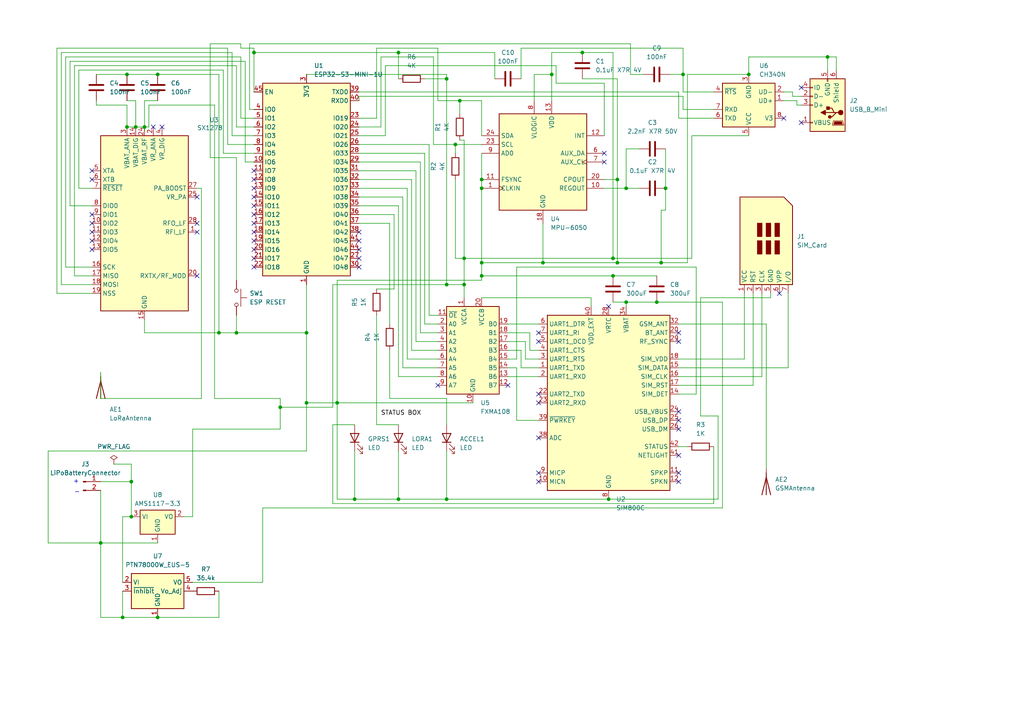
<source format=kicad_sch>
(kicad_sch (version 20231120) (generator "eeschema") (generator_version "8.0")
  (paper "A4")
  (lib_symbols
    (symbol "Connector:Conn_01x02_Pin" (pin_names (offset 1.016) hide)
      (property "Reference" "J" (at 0 2.54 0))
      (property "Value" "Conn_01x02_Pin" (at 0 -5.08 0))
      (symbol "Conn_01x02_Pin_1_1"
        (pin passive line (at 5.08 0 180) (length 3.81) (name "Pin_1") (number "1"))
        (pin passive line (at 5.08 -2.54 180) (length 3.81) (name "Pin_2") (number "2"))
      )
    )
    (symbol "Connector:SIM_Card"
      (property "Reference" "J" (at -2.54 12.7 0))
      (property "Value" "SIM_Card" (at -1.27 10.16 0))
      (symbol "SIM_Card_1_1"
        (pin power_in line (at -12.7 7.62 0) (length 2.54) (name "VCC") (number "1"))
        (pin input line (at -12.7 5.08 0) (length 2.54) (name "RST") (number "2"))
        (pin input line (at -12.7 2.54 0) (length 2.54) (name "CLK") (number "3"))
        (pin power_in line (at -12.7 0 0) (length 2.54) (name "GND") (number "5"))
        (pin input line (at -12.7 -2.54 0) (length 2.54) (name "VPP") (number "6"))
        (pin bidirectional line (at -12.7 -5.08 0) (length 2.54) (name "I/O") (number "7"))
      )
    )
    (symbol "Connector:USB_B_Mini" (pin_names (offset 1.016))
      (property "Reference" "J" (at -5.08 11.43 0))
      (property "Value" "USB_B_Mini" (at -5.08 8.89 0))
      (symbol "USB_B_Mini_1_1"
        (pin power_out line (at 7.62 5.08 180) (length 2.54) (name "VBUS") (number "1"))
        (pin bidirectional line (at 7.62 -2.54 180) (length 2.54) (name "D-") (number "2"))
        (pin bidirectional line (at 7.62 0 180) (length 2.54) (name "D+") (number "3"))
        (pin passive line (at 7.62 -5.08 180) (length 2.54) (name "ID") (number "4"))
        (pin power_out line (at 0 -10.16 90) (length 2.54) (name "GND") (number "5"))
        (pin passive line (at -2.54 -10.16 90) (length 2.54) (name "Shield") (number "6"))
      )
    )
    (symbol "Converter_DCDC:PTN78000W_EUS-5"
      (property "Reference" "U" (at -6.35 6.35 0))
      (property "Value" "PTN78000W_EUS-5" (at 3.81 6.35 0))
      (symbol "PTN78000W_EUS-5_1_1"
        (pin power_in line (at 0 -7.62 90) (length 2.54) (name "GND") (number "1"))
        (pin power_in line (at -10.16 2.54 0) (length 2.54) (name "VI") (number "2"))
        (pin input line (at -10.16 0 0) (length 2.54) (name "~{Inhibit}") (number "3"))
        (pin output line (at 10.16 0 180) (length 2.54) (name "Vo_Adj") (number "4"))
        (pin power_out line (at 10.16 2.54 180) (length 2.54) (name "VO") (number "5"))
      )
    )
    (symbol "Device:Antenna" (pin_numbers hide) (pin_names (offset 1.016) hide)
      (property "Reference" "AE" (at -1.905 1.905 0))
      (property "Value" "Antenna" (at -1.905 0 0))
      (symbol "Antenna_1_1"
        (pin input line (at 0 -5.08 90) (length 2.54) (name "A") (number "1"))
      )
    )
    (symbol "Device:C" (pin_numbers hide) (pin_names (offset 0.254))
      (property "Reference" "C" (at 0.635 2.54 0))
      (property "Value" "C" (at 0.635 -2.54 0))
      (symbol "C_1_1"
        (pin passive line (at 0 3.81 270) (length 2.794) (name "~") (number "1"))
        (pin passive line (at 0 -3.81 90) (length 2.794) (name "~") (number "2"))
      )
    )
    (symbol "Device:LED" (pin_numbers hide) (pin_names (offset 1.016) hide)
      (property "Reference" "D" (at 0 2.54 0))
      (property "Value" "LED" (at 0 -2.54 0))
      (symbol "LED_1_1"
        (pin passive line (at -3.81 0 0) (length 2.54) (name "K") (number "1"))
        (pin passive line (at 3.81 0 180) (length 2.54) (name "A") (number "2"))
      )
    )
    (symbol "Device:R" (pin_numbers hide) (pin_names (offset 0))
      (property "Reference" "R" (at 2.032 0 90))
      (property "Value" "R" (at 0 0 90))
      (symbol "R_1_1"
        (pin passive line (at 0 3.81 270) (length 1.27) (name "~") (number "1"))
        (pin passive line (at 0 -3.81 90) (length 1.27) (name "~") (number "2"))
      )
    )
    (symbol "Interface_USB:CH340N"
      (property "Reference" "U" (at -7.62 6.35 0))
      (property "Value" "CH340N" (at 7.62 6.35 0))
      (symbol "CH340N_1_1"
        (pin bidirectional line (at -10.16 -2.54 0) (length 2.54) (name "UD+") (number "1"))
        (pin bidirectional line (at -10.16 -5.08 0) (length 2.54) (name "UD-") (number "2"))
        (pin power_in line (at 0 -10.16 90) (length 2.54) (name "GND") (number "3"))
        (pin output line (at 10.16 -5.08 180) (length 2.54) (name "~{RTS}") (number "4"))
        (pin power_in line (at 0 7.62 270) (length 2.54) (name "VCC") (number "5"))
        (pin output line (at 10.16 2.54 180) (length 2.54) (name "TXD") (number "6"))
        (pin input line (at 10.16 0 180) (length 2.54) (name "RXD") (number "7"))
        (pin passive line (at -10.16 2.54 0) (length 2.54) (name "V3") (number "8"))
      )
    )
    (symbol "Logic_LevelTranslator:FXMA108"
      (property "Reference" "U" (at -6.35 13.97 0))
      (property "Value" "FXMA108" (at 7.62 13.97 0))
      (symbol "FXMA108_1_1"
        (pin power_in line (at -2.54 15.24 270) (length 2.54) (name "VCCA") (number "1"))
        (pin power_in line (at 0 -15.24 90) (length 2.54) (name "GND") (number "10"))
        (pin input line (at -10.16 10.16 0) (length 2.54) (name "~{OE}") (number "11"))
        (pin bidirectional line (at 10.16 -10.16 180) (length 2.54) (name "B7") (number "12"))
        (pin bidirectional line (at 10.16 -7.62 180) (length 2.54) (name "B6") (number "13"))
        (pin bidirectional line (at 10.16 -5.08 180) (length 2.54) (name "B5") (number "14"))
        (pin bidirectional line (at 10.16 -2.54 180) (length 2.54) (name "B4") (number "15"))
        (pin bidirectional line (at 10.16 0 180) (length 2.54) (name "B3") (number "16"))
        (pin bidirectional line (at 10.16 2.54 180) (length 2.54) (name "B2") (number "17"))
        (pin bidirectional line (at 10.16 5.08 180) (length 2.54) (name "B1") (number "18"))
        (pin bidirectional line (at 10.16 7.62 180) (length 2.54) (name "B0") (number "19"))
        (pin bidirectional line (at -10.16 7.62 0) (length 2.54) (name "A0") (number "2"))
        (pin power_in line (at 2.54 15.24 270) (length 2.54) (name "VCCB") (number "20"))
        (pin no_connect line (at 2.54 -12.7 90) (length 2.54) hide (name "NC") (number "21"))
        (pin bidirectional line (at -10.16 5.08 0) (length 2.54) (name "A1") (number "3"))
        (pin bidirectional line (at -10.16 2.54 0) (length 2.54) (name "A2") (number "4"))
        (pin bidirectional line (at -10.16 0 0) (length 2.54) (name "A3") (number "5"))
        (pin bidirectional line (at -10.16 -2.54 0) (length 2.54) (name "A4") (number "6"))
        (pin bidirectional line (at -10.16 -5.08 0) (length 2.54) (name "A5") (number "7"))
        (pin bidirectional line (at -10.16 -7.62 0) (length 2.54) (name "A6") (number "8"))
        (pin bidirectional line (at -10.16 -10.16 0) (length 2.54) (name "A7") (number "9"))
      )
    )
    (symbol "RF:SX1278"
      (property "Reference" "U" (at 13.97 24.13 0))
      (property "Value" "SX1278" (at 13.97 21.59 0))
      (symbol "SX1278_1_1"
        (pin input line (at 15.24 -2.54 180) (length 2.54) (name "RFI_LF") (number "1"))
        (pin bidirectional line (at -15.24 0 0) (length 2.54) (name "DIO2") (number "10"))
        (pin bidirectional line (at -15.24 -2.54 0) (length 2.54) (name "DIO3") (number "11"))
        (pin bidirectional line (at -15.24 -5.08 0) (length 2.54) (name "DIO4") (number "12"))
        (pin bidirectional line (at -15.24 -7.62 0) (length 2.54) (name "DIO5") (number "13"))
        (pin power_in line (at -2.54 27.94 270) (length 2.54) (name "VBAT_DIG") (number "14"))
        (pin power_in line (at 0 -27.94 90) (length 2.54) (name "GND") (number "15"))
        (pin input line (at -15.24 -12.7 0) (length 2.54) (name "SCK") (number "16"))
        (pin output line (at -15.24 -15.24 0) (length 2.54) (name "MISO") (number "17"))
        (pin input line (at -15.24 -17.78 0) (length 2.54) (name "MOSI") (number "18"))
        (pin input line (at -15.24 -20.32 0) (length 2.54) (name "NSS") (number "19"))
        (pin power_in line (at 2.54 27.94 270) (length 2.54) (name "VR_ANA") (number "2"))
        (pin output line (at 15.24 -15.24 180) (length 2.54) (name "RXTX/RF_MOD") (number "20"))
        (pin passive line (at 0 -27.94 90) (length 2.54) hide (name "GND") (number "21"))
        (pin passive line (at 0 -27.94 90) (length 2.54) hide (name "GND") (number "22"))
        (pin passive line (at 0 -27.94 90) (length 2.54) hide (name "GND") (number "23"))
        (pin power_in line (at 0 27.94 270) (length 2.54) (name "VBAT_RF") (number "24"))
        (pin power_out line (at 15.24 7.62 180) (length 2.54) (name "VR_PA") (number "25"))
        (pin passive line (at 0 -27.94 90) (length 2.54) hide (name "GND") (number "26"))
        (pin power_out line (at 15.24 10.16 180) (length 2.54) (name "PA_BOOST") (number "27"))
        (pin output line (at 15.24 0 180) (length 2.54) (name "RFO_LF") (number "28"))
        (pin passive line (at 0 -27.94 90) (length 2.54) hide (name "GND") (number "29"))
        (pin power_in line (at -5.08 27.94 270) (length 2.54) (name "VBAT_ANA") (number "3"))
        (pin power_in line (at 5.08 27.94 270) (length 2.54) (name "VR_DIG") (number "4"))
        (pin bidirectional line (at -15.24 15.24 0) (length 2.54) (name "XTA") (number "5"))
        (pin bidirectional line (at -15.24 12.7 0) (length 2.54) (name "XTB") (number "6"))
        (pin input line (at -15.24 10.16 0) (length 2.54) (name "~{RESET}") (number "7"))
        (pin bidirectional line (at -15.24 5.08 0) (length 2.54) (name "DIO0") (number "8"))
        (pin bidirectional line (at -15.24 2.54 0) (length 2.54) (name "DIO1") (number "9"))
      )
    )
    (symbol "RF_GSM:SIM800C"
      (property "Reference" "U" (at -15.24 26.67 0))
      (property "Value" "SIM800C" (at 12.7 26.67 0))
      (symbol "SIM800C_1_1"
        (pin output line (at -20.32 10.16 0) (length 2.54) (name "UART1_TXD") (number "1"))
        (pin input line (at -20.32 -22.86 0) (length 2.54) (name "MICN") (number "10"))
        (pin output line (at 20.32 -20.32 180) (length 2.54) (name "SPKP") (number "11"))
        (pin output line (at 20.32 -22.86 180) (length 2.54) (name "SPKN") (number "12"))
        (pin passive line (at 0 -27.94 90) (length 2.54) hide (name "GND") (number "13"))
        (pin input line (at 20.32 2.54 180) (length 2.54) (name "SIM_DET") (number "14"))
        (pin bidirectional line (at 20.32 10.16 180) (length 2.54) (name "SIM_DATA") (number "15"))
        (pin output line (at 20.32 7.62 180) (length 2.54) (name "SIM_CLK") (number "16"))
        (pin output line (at 20.32 5.08 180) (length 2.54) (name "SIM_RST") (number "17"))
        (pin power_out line (at 20.32 12.7 180) (length 2.54) (name "SIM_VDD") (number "18"))
        (pin passive line (at 0 -27.94 90) (length 2.54) hide (name "GND") (number "19"))
        (pin input line (at -20.32 7.62 0) (length 2.54) (name "UART1_RXD") (number "2"))
        (pin passive line (at 20.32 20.32 180) (length 2.54) (name "BT_ANT") (number "20"))
        (pin passive line (at 0 -27.94 90) (length 2.54) hide (name "GND") (number "21"))
        (pin output line (at -20.32 2.54 0) (length 2.54) (name "UART2_TXD") (number "22"))
        (pin input line (at -20.32 0 0) (length 2.54) (name "UART2_RXD") (number "23"))
        (pin input line (at 20.32 -2.54 180) (length 2.54) (name "USB_VBUS") (number "24"))
        (pin bidirectional line (at 20.32 -5.08 180) (length 2.54) (name "USB_DP") (number "25"))
        (pin bidirectional line (at 20.32 -7.62 180) (length 2.54) (name "USB_DM") (number "26"))
        (pin passive line (at 0 -27.94 90) (length 2.54) hide (name "GND") (number "27"))
        (pin power_in line (at 0 27.94 270) (length 2.54) (name "VRTC") (number "28"))
        (pin output line (at 20.32 17.78 180) (length 2.54) (name "RF_SYNC") (number "29"))
        (pin input line (at -20.32 12.7 0) (length 2.54) (name "UART1_RTS") (number "3"))
        (pin passive line (at 0 -27.94 90) (length 2.54) hide (name "GND") (number "30"))
        (pin passive line (at 0 -27.94 90) (length 2.54) hide (name "GND") (number "31"))
        (pin passive line (at 20.32 22.86 180) (length 2.54) (name "GSM_ANT") (number "32"))
        (pin passive line (at 0 -27.94 90) (length 2.54) hide (name "GND") (number "33"))
        (pin power_in line (at 5.08 27.94 270) (length 2.54) (name "VBAT") (number "34"))
        (pin passive line (at 5.08 27.94 270) (length 2.54) hide (name "VBAT") (number "35"))
        (pin passive line (at 0 -27.94 90) (length 2.54) hide (name "GND") (number "36"))
        (pin passive line (at 0 -27.94 90) (length 2.54) hide (name "GND") (number "37"))
        (pin input line (at -20.32 -10.16 0) (length 2.54) (name "ADC") (number "38"))
        (pin input line (at -20.32 -5.08 0) (length 2.54) (name "~{PWRKEY}") (number "39"))
        (pin output line (at -20.32 15.24 0) (length 2.54) (name "UART1_CTS") (number "4"))
        (pin power_out line (at -5.08 27.94 270) (length 2.54) (name "VDD_EXT") (number "40"))
        (pin output line (at 20.32 -15.24 180) (length 2.54) (name "NETLIGHT") (number "41"))
        (pin output line (at 20.32 -12.7 180) (length 2.54) (name "STATUS") (number "42"))
        (pin output line (at -20.32 17.78 0) (length 2.54) (name "UART1_DCD") (number "5"))
        (pin input line (at -20.32 22.86 0) (length 2.54) (name "UART1_DTR") (number "6"))
        (pin output line (at -20.32 20.32 0) (length 2.54) (name "UART1_RI") (number "7"))
        (pin power_in line (at 0 -27.94 90) (length 2.54) (name "GND") (number "8"))
        (pin input line (at -20.32 -20.32 0) (length 2.54) (name "MICP") (number "9"))
      )
    )
    (symbol "RF_Module:ESP32-S3-MINI-1U"
      (property "Reference" "U" (at -11.43 29.21 0))
      (property "Value" "ESP32-S3-MINI-1U" (at 12.7 29.21 0))
      (symbol "ESP32-S3-MINI-1U_1_1"
        (pin power_in line (at 0 -30.48 90) (length 2.54) (name "GND") (number "1"))
        (pin bidirectional line (at -15.24 5.08 0) (length 2.54) (name "IO6") (number "10"))
        (pin bidirectional line (at -15.24 2.54 0) (length 2.54) (name "IO7") (number "11"))
        (pin bidirectional line (at -15.24 0 0) (length 2.54) (name "IO8") (number "12"))
        (pin bidirectional line (at -15.24 -2.54 0) (length 2.54) (name "IO9") (number "13"))
        (pin bidirectional line (at -15.24 -5.08 0) (length 2.54) (name "IO10") (number "14"))
        (pin bidirectional line (at -15.24 -7.62 0) (length 2.54) (name "IO11") (number "15"))
        (pin bidirectional line (at -15.24 -10.16 0) (length 2.54) (name "IO12") (number "16"))
        (pin bidirectional line (at -15.24 -12.7 0) (length 2.54) (name "IO13") (number "17"))
        (pin bidirectional line (at -15.24 -15.24 0) (length 2.54) (name "IO14") (number "18"))
        (pin bidirectional line (at -15.24 -17.78 0) (length 2.54) (name "IO15") (number "19"))
        (pin passive line (at 0 -30.48 90) (length 2.54) hide (name "GND") (number "2"))
        (pin bidirectional line (at -15.24 -20.32 0) (length 2.54) (name "IO16") (number "20"))
        (pin bidirectional line (at -15.24 -22.86 0) (length 2.54) (name "IO17") (number "21"))
        (pin bidirectional line (at -15.24 -25.4 0) (length 2.54) (name "IO18") (number "22"))
        (pin bidirectional line (at 15.24 17.78 180) (length 2.54) (name "IO19") (number "23"))
        (pin bidirectional line (at 15.24 15.24 180) (length 2.54) (name "IO20") (number "24"))
        (pin bidirectional line (at 15.24 12.7 180) (length 2.54) (name "IO21") (number "25"))
        (pin bidirectional line (at 15.24 10.16 180) (length 2.54) (name "IO26") (number "26"))
        (pin bidirectional line (at 15.24 -22.86 180) (length 2.54) (name "IO47") (number "27"))
        (pin bidirectional line (at 15.24 7.62 180) (length 2.54) (name "IO33") (number "28"))
        (pin bidirectional line (at 15.24 5.08 180) (length 2.54) (name "IO34") (number "29"))
        (pin power_in line (at 0 30.48 270) (length 2.54) (name "3V3") (number "3"))
        (pin bidirectional line (at 15.24 -25.4 180) (length 2.54) (name "IO48") (number "30"))
        (pin bidirectional line (at 15.24 2.54 180) (length 2.54) (name "IO35") (number "31"))
        (pin bidirectional line (at 15.24 0 180) (length 2.54) (name "IO36") (number "32"))
        (pin bidirectional line (at 15.24 -2.54 180) (length 2.54) (name "IO37") (number "33"))
        (pin bidirectional line (at 15.24 -5.08 180) (length 2.54) (name "IO38") (number "34"))
        (pin bidirectional line (at 15.24 -7.62 180) (length 2.54) (name "IO39") (number "35"))
        (pin bidirectional line (at 15.24 -10.16 180) (length 2.54) (name "IO40") (number "36"))
        (pin bidirectional line (at 15.24 -12.7 180) (length 2.54) (name "IO41") (number "37"))
        (pin bidirectional line (at 15.24 -15.24 180) (length 2.54) (name "IO42") (number "38"))
        (pin bidirectional line (at 15.24 25.4 180) (length 2.54) (name "TXD0") (number "39"))
        (pin bidirectional line (at -15.24 20.32 0) (length 2.54) (name "IO0") (number "4"))
        (pin bidirectional line (at 15.24 22.86 180) (length 2.54) (name "RXD0") (number "40"))
        (pin bidirectional line (at 15.24 -17.78 180) (length 2.54) (name "IO45") (number "41"))
        (pin passive line (at 0 -30.48 90) (length 2.54) hide (name "GND") (number "42"))
        (pin passive line (at 0 -30.48 90) (length 2.54) hide (name "GND") (number "43"))
        (pin bidirectional line (at 15.24 -20.32 180) (length 2.54) (name "IO46") (number "44"))
        (pin input line (at -15.24 25.4 0) (length 2.54) (name "EN") (number "45"))
        (pin passive line (at 0 -30.48 90) (length 2.54) hide (name "GND") (number "46"))
        (pin passive line (at 0 -30.48 90) (length 2.54) hide (name "GND") (number "47"))
        (pin passive line (at 0 -30.48 90) (length 2.54) hide (name "GND") (number "48"))
        (pin passive line (at 0 -30.48 90) (length 2.54) hide (name "GND") (number "49"))
        (pin bidirectional line (at -15.24 17.78 0) (length 2.54) (name "IO1") (number "5"))
        (pin passive line (at 0 -30.48 90) (length 2.54) hide (name "GND") (number "50"))
        (pin passive line (at 0 -30.48 90) (length 2.54) hide (name "GND") (number "51"))
        (pin passive line (at 0 -30.48 90) (length 2.54) hide (name "GND") (number "52"))
        (pin passive line (at 0 -30.48 90) (length 2.54) hide (name "GND") (number "53"))
        (pin passive line (at 0 -30.48 90) (length 2.54) hide (name "GND") (number "54"))
        (pin passive line (at 0 -30.48 90) (length 2.54) hide (name "GND") (number "55"))
        (pin passive line (at 0 -30.48 90) (length 2.54) hide (name "GND") (number "56"))
        (pin passive line (at 0 -30.48 90) (length 2.54) hide (name "GND") (number "57"))
        (pin passive line (at 0 -30.48 90) (length 2.54) hide (name "GND") (number "58"))
        (pin passive line (at 0 -30.48 90) (length 2.54) hide (name "GND") (number "59"))
        (pin bidirectional line (at -15.24 15.24 0) (length 2.54) (name "IO2") (number "6"))
        (pin passive line (at 0 -30.48 90) (length 2.54) hide (name "GND") (number "60"))
        (pin passive line (at 0 -30.48 90) (length 2.54) hide (name "GND") (number "61"))
        (pin passive line (at 0 -30.48 90) (length 2.54) hide (name "GND") (number "62"))
        (pin passive line (at 0 -30.48 90) (length 2.54) hide (name "GND") (number "63"))
        (pin passive line (at 0 -30.48 90) (length 2.54) hide (name "GND") (number "64"))
        (pin passive line (at 0 -30.48 90) (length 2.54) hide (name "GND") (number "65"))
        (pin bidirectional line (at -15.24 12.7 0) (length 2.54) (name "IO3") (number "7"))
        (pin bidirectional line (at -15.24 10.16 0) (length 2.54) (name "IO4") (number "8"))
        (pin bidirectional line (at -15.24 7.62 0) (length 2.54) (name "IO5") (number "9"))
      )
    )
    (symbol "Regulator_Linear:AMS1117-3.3"
      (property "Reference" "U" (at -3.81 3.175 0))
      (property "Value" "AMS1117-3.3" (at 0 3.175 0))
      (symbol "AMS1117-3.3_1_1"
        (pin power_in line (at 0 -7.62 90) (length 2.54) (name "GND") (number "1"))
        (pin power_out line (at 7.62 0 180) (length 2.54) (name "VO") (number "2"))
        (pin power_in line (at -7.62 0 0) (length 2.54) (name "VI") (number "3"))
      )
    )
    (symbol "Sensor_Motion:MPU-6050"
      (property "Reference" "U" (at -11.43 13.97 0))
      (property "Value" "MPU-6050" (at 7.62 -15.24 0))
      (symbol "MPU-6050_0_0"
        (text "" (at 12.7 -2.54 0) (effects (font (size 1.27 1.27))))
      )
      (symbol "MPU-6050_1_1"
        (pin input clock (at -17.78 -7.62 0) (length 5.08) (name "CLKIN") (number "1"))
        (pin passive line (at 17.78 -7.62 180) (length 5.08) (name "REGOUT") (number "10"))
        (pin input line (at -17.78 -5.08 0) (length 5.08) (name "FSYNC") (number "11"))
        (pin output line (at 17.78 7.62 180) (length 5.08) (name "INT") (number "12"))
        (pin power_in line (at 2.54 17.78 270) (length 3.81) (name "VDD") (number "13"))
        (pin no_connect line (at -12.7 -10.16 0) (length 2.54) hide (name "NC") (number "14"))
        (pin no_connect line (at 12.7 12.7 180) (length 2.54) hide (name "NC") (number "15"))
        (pin no_connect line (at 12.7 10.16 180) (length 2.54) hide (name "NC") (number "16"))
        (pin no_connect line (at 12.7 5.08 180) (length 2.54) hide (name "NC") (number "17"))
        (pin power_in line (at 0 -17.78 90) (length 3.81) (name "GND") (number "18"))
        (pin no_connect line (at 12.7 -10.16 180) (length 2.54) hide (name "RESV") (number "19"))
        (pin no_connect line (at -12.7 12.7 0) (length 2.54) hide (name "NC") (number "2"))
        (pin passive line (at 17.78 -5.08 180) (length 5.08) (name "CPOUT") (number "20"))
        (pin no_connect line (at 12.7 -2.54 180) (length 2.54) hide (name "RESV") (number "21"))
        (pin no_connect line (at 12.7 -12.7 180) (length 2.54) hide (name "RESV") (number "22"))
        (pin input line (at -17.78 5.08 0) (length 5.08) (name "SCL") (number "23"))
        (pin bidirectional line (at -17.78 7.62 0) (length 5.08) (name "SDA") (number "24"))
        (pin no_connect line (at -12.7 10.16 0) (length 2.54) hide (name "NC") (number "3"))
        (pin no_connect line (at -12.7 0 0) (length 2.54) hide (name "NC") (number "4"))
        (pin no_connect line (at -12.7 -2.54 0) (length 2.54) hide (name "NC") (number "5"))
        (pin bidirectional line (at 17.78 2.54 180) (length 5.08) (name "AUX_DA") (number "6"))
        (pin output clock (at 17.78 0 180) (length 5.08) (name "AUX_CL") (number "7"))
        (pin power_in line (at -2.54 17.78 270) (length 3.81) (name "VLOGIC") (number "8"))
        (pin input line (at -17.78 2.54 0) (length 5.08) (name "AD0") (number "9"))
      )
    )
    (symbol "Switch:SW_Push" (pin_numbers hide) (pin_names (offset 1.016) hide)
      (property "Reference" "SW" (at 1.27 2.54 0))
      (property "Value" "SW_Push" (at 0 -1.524 0))
      (symbol "SW_Push_0_1"
        (pin passive line (at -5.08 0 0) (length 2.54) (name "1") (number "1"))
        (pin passive line (at 5.08 0 180) (length 2.54) (name "2") (number "2"))
      )
    )
    (symbol "power:PWR_FLAG" (power) (pin_numbers hide) (pin_names (offset 0) hide)
      (property "Value" "PWR_FLAG" (at 0 3.81 0))
      (symbol "PWR_FLAG_0_0"
        (pin power_out line (at 0 0 90) (length 0) (name "~") (number "1"))
      )
    )
  )
  (junction (at 81.28 118.11))
  (junction (at 168.91 15.24))
  (junction (at 45.72 21.59))
  (junction (at 129.54 82.55))
  (junction (at 179.07 76.2))
  (junction (at 129.54 144.78))
  (junction (at 115.57 144.78))
  (junction (at 88.9 96.52))
  (junction (at 177.8 80.01))
  (junction (at 193.04 54.61))
  (junction (at 115.57 15.24))
  (junction (at 39.37 36.83))
  (junction (at 88.9 116.84))
  (junction (at 217.17 21.59))
  (junction (at 36.83 21.59))
  (junction (at 38.1 139.7))
  (junction (at 133.35 29.21))
  (junction (at 29.21 157.48))
  (junction (at 190.5 87.63))
  (junction (at 38.1 149.86))
  (junction (at 45.72 179.07))
  (junction (at 129.54 22.86))
  (junction (at 191.77 76.2))
  (junction (at 132.08 41.91))
  (junction (at 36.83 36.83))
  (junction (at 139.7 54.61))
  (junction (at 240.03 16.51))
  (junction (at 198.12 21.59))
  (junction (at 35.56 179.07))
  (junction (at 160.02 21.59))
  (junction (at 176.53 144.78))
  (junction (at 181.61 87.63))
  (junction (at 181.61 54.61))
  (junction (at 97.79 116.84))
  (junction (at 102.87 144.78))
  (junction (at 63.5 96.52))
  (junction (at 157.48 76.2))
  (junction (at 41.91 36.83))
  (junction (at 68.58 96.52))
  (junction (at 134.62 74.93))
  (junction (at 179.07 52.07))
  (junction (at 73.66 15.24))
  (junction (at 134.62 82.55))
  (junction (at 139.7 80.01))
  (junction (at 177.8 74.93))
  (junction (at 139.7 52.07))
  (junction (at 139.7 76.2))
  (no_connect (at 196.85 99.06))
  (no_connect (at 156.21 114.3))
  (no_connect (at 226.06 85.09))
  (no_connect (at 73.66 67.31))
  (no_connect (at 127 111.76))
  (no_connect (at 26.67 72.39))
  (no_connect (at 196.85 137.16))
  (no_connect (at 26.67 62.23))
  (no_connect (at 26.67 64.77))
  (no_connect (at 156.21 137.16))
  (no_connect (at 175.26 44.45))
  (no_connect (at 196.85 139.7))
  (no_connect (at 26.67 69.85))
  (no_connect (at 104.14 74.93))
  (no_connect (at 175.26 46.99))
  (no_connect (at 73.66 54.61))
  (no_connect (at 156.21 116.84))
  (no_connect (at 73.66 72.39))
  (no_connect (at 196.85 124.46))
  (no_connect (at 57.15 67.31))
  (no_connect (at 57.15 57.15))
  (no_connect (at 232.41 35.56))
  (no_connect (at 156.21 139.7))
  (no_connect (at 227.33 34.29))
  (no_connect (at 26.67 49.53))
  (no_connect (at 156.21 127))
  (no_connect (at 57.15 80.01))
  (no_connect (at 73.66 64.77))
  (no_connect (at 196.85 119.38))
  (no_connect (at 73.66 59.69))
  (no_connect (at 147.32 111.76))
  (no_connect (at 44.45 36.83))
  (no_connect (at 73.66 69.85))
  (no_connect (at 26.67 52.07))
  (no_connect (at 232.41 25.4))
  (no_connect (at 196.85 132.08))
  (no_connect (at 196.85 96.52))
  (no_connect (at 104.14 67.31))
  (no_connect (at 26.67 67.31))
  (no_connect (at 73.66 74.93))
  (no_connect (at 104.14 77.47))
  (no_connect (at 73.66 62.23))
  (no_connect (at 73.66 52.07))
  (no_connect (at 104.14 69.85))
  (no_connect (at 73.66 49.53))
  (no_connect (at 176.53 88.9))
  (no_connect (at 104.14 72.39))
  (no_connect (at 156.21 99.06))
  (no_connect (at 73.66 57.15))
  (no_connect (at 57.15 64.77))
  (no_connect (at 73.66 77.47))
  (no_connect (at 46.99 36.83))
  (no_connect (at 156.21 96.52))
  (no_connect (at 196.85 121.92))
  (wire (pts (xy 35.56 171.45) (xy 35.56 179.07)))
  (wire (pts (xy 119.38 101.6) (xy 119.38 52.07)))
  (wire (pts (xy 151.13 13.97) (xy 198.12 13.97)))
  (wire (pts (xy 139.7 54.61) (xy 139.7 76.2)))
  (wire (pts (xy 198.12 31.75) (xy 207.01 31.75)))
  (wire (pts (xy 97.79 116.84) (xy 137.16 116.84)))
  (wire (pts (xy 196.85 26.67) (xy 104.14 26.67)))
  (wire (pts (xy 147.32 101.6) (xy 151.13 101.6)))
  (wire (pts (xy 36.83 21.59) (xy 45.72 21.59)))
  (wire (pts (xy 227.33 29.21) (xy 231.14 29.21)))
  (wire (pts (xy 109.22 13.97) (xy 127 13.97)))
  (wire (pts (xy 139.7 76.2) (xy 157.48 76.2)))
  (wire (pts (xy 196.85 104.14) (xy 215.9 104.14)))
  (wire (pts (xy 151.13 101.6) (xy 151.13 106.68)))
  (wire (pts (xy 55.88 124.46) (xy 55.88 149.86)))
  (wire (pts (xy 208.28 120.65) (xy 208.28 144.78)))
  (wire (pts (xy 191.77 76.2) (xy 199.39 76.2)))
  (wire (pts (xy 118.11 104.14) (xy 127 104.14)))
  (wire (pts (xy 26.67 80.01) (xy 21.59 80.01)))
  (wire (pts (xy 198.12 26.67) (xy 198.12 21.59)))
  (wire (pts (xy 223.52 85.09) (xy 223.52 86.36)))
  (wire (pts (xy 152.4 104.14) (xy 156.21 104.14)))
  (wire (pts (xy 134.62 74.93) (xy 177.8 74.93)))
  (wire (pts (xy 113.03 64.77) (xy 113.03 93.98)))
  (wire (pts (xy 109.22 91.44) (xy 109.22 123.19)))
  (wire (pts (xy 147.32 99.06) (xy 152.4 99.06)))
  (wire (pts (xy 171.45 88.9) (xy 171.45 86.36)))
  (wire (pts (xy 26.67 54.61) (xy 22.86 54.61)))
  (wire (pts (xy 13.97 157.48) (xy 13.97 130.81)))
  (wire (pts (xy 97.79 116.84) (xy 97.79 144.78)))
  (wire (pts (xy 182.88 21.59) (xy 182.88 12.7)))
  (wire (pts (xy 62.23 30.48) (xy 62.23 115.57)))
  (wire (pts (xy 182.88 12.7) (xy 72.39 12.7)))
  (wire (pts (xy 147.32 109.22) (xy 156.21 109.22)))
  (wire (pts (xy 41.91 96.52) (xy 63.5 96.52)))
  (wire (pts (xy 215.9 85.09) (xy 215.9 104.14)))
  (wire (pts (xy 209.55 147.32) (xy 76.2 147.32)))
  (wire (pts (xy 41.91 36.83) (xy 43.18 36.83)))
  (wire (pts (xy 63.5 179.07) (xy 45.72 179.07)))
  (wire (pts (xy 72.39 31.75) (xy 73.66 31.75)))
  (wire (pts (xy 21.59 80.01) (xy 21.59 19.05)))
  (wire (pts (xy 160.02 21.59) (xy 154.94 21.59)))
  (wire (pts (xy 179.07 52.07) (xy 175.26 52.07)))
  (wire (pts (xy 57.15 54.61) (xy 58.42 54.61)))
  (wire (pts (xy 185.42 43.18) (xy 181.61 43.18)))
  (wire (pts (xy 151.13 106.68) (xy 156.21 106.68)))
  (wire (pts (xy 22.86 20.32) (xy 64.77 20.32)))
  (wire (pts (xy 199.39 21.59) (xy 199.39 76.2)))
  (wire (pts (xy 71.12 46.99) (xy 73.66 46.99)))
  (wire (pts (xy 156.21 121.92) (xy 149.86 121.92)))
  (wire (pts (xy 88.9 116.84) (xy 88.9 130.81)))
  (wire (pts (xy 153.67 96.52) (xy 147.32 96.52)))
  (wire (pts (xy 109.22 83.82) (xy 114.3 83.82)))
  (wire (pts (xy 209.55 87.63) (xy 209.55 147.32)))
  (wire (pts (xy 123.19 93.98) (xy 123.19 44.45)))
  (wire (pts (xy 129.54 144.78) (xy 176.53 144.78)))
  (wire (pts (xy 16.51 85.09) (xy 16.51 13.97)))
  (wire (pts (xy 96.52 123.19) (xy 102.87 123.19)))
  (wire (pts (xy 33.02 134.62) (xy 38.1 134.62)))
  (wire (pts (xy 72.39 12.7) (xy 72.39 31.75)))
  (wire (pts (xy 217.17 39.37) (xy 200.66 39.37)))
  (wire (pts (xy 154.94 21.59) (xy 154.94 29.21)))
  (wire (pts (xy 125.73 41.91) (xy 125.73 16.51)))
  (wire (pts (xy 124.46 91.44) (xy 124.46 41.91)))
  (wire (pts (xy 69.85 16.51) (xy 69.85 34.29)))
  (wire (pts (xy 64.77 20.32) (xy 64.77 44.45)))
  (wire (pts (xy 60.96 45.72) (xy 60.96 12.7)))
  (wire (pts (xy 26.67 82.55) (xy 17.78 82.55)))
  (wire (pts (xy 161.29 24.13) (xy 161.29 19.05)))
  (wire (pts (xy 132.08 74.93) (xy 134.62 74.93)))
  (wire (pts (xy 207.01 26.67) (xy 198.12 26.67)))
  (wire (pts (xy 39.37 36.83) (xy 41.91 36.83)))
  (wire (pts (xy 21.59 19.05) (xy 68.58 19.05)))
  (wire (pts (xy 129.54 130.81) (xy 129.54 144.78)))
  (wire (pts (xy 129.54 123.19) (xy 129.54 115.57)))
  (wire (pts (xy 139.7 80.01) (xy 139.7 81.28)))
  (wire (pts (xy 88.9 96.52) (xy 88.9 116.84)))
  (wire (pts (xy 68.58 36.83) (xy 73.66 36.83)))
  (wire (pts (xy 29.21 157.48) (xy 29.21 142.24)))
  (wire (pts (xy 181.61 87.63) (xy 190.5 87.63)))
  (wire (pts (xy 111.76 19.05) (xy 161.29 19.05)))
  (wire (pts (xy 229.87 27.94) (xy 229.87 26.67)))
  (wire (pts (xy 157.48 76.2) (xy 179.07 76.2)))
  (wire (pts (xy 76.2 147.32) (xy 76.2 168.91)))
  (wire (pts (xy 88.9 21.59) (xy 129.54 21.59)))
  (wire (pts (xy 186.69 21.59) (xy 182.88 21.59)))
  (wire (pts (xy 223.52 86.36) (xy 203.2 86.36)))
  (wire (pts (xy 114.3 62.23) (xy 104.14 62.23)))
  (wire (pts (xy 121.92 96.52) (xy 127 96.52)))
  (wire (pts (xy 168.91 15.24) (xy 177.8 15.24)))
  (wire (pts (xy 217.17 21.59) (xy 199.39 21.59)))
  (wire (pts (xy 177.8 80.01) (xy 190.5 80.01)))
  (wire (pts (xy 149.86 104.14) (xy 147.32 104.14)))
  (wire (pts (xy 45.72 179.07) (xy 35.56 179.07)))
  (wire (pts (xy 200.66 39.37) (xy 200.66 74.93)))
  (wire (pts (xy 97.79 81.28) (xy 139.7 81.28)))
  (wire (pts (xy 27.94 30.48) (xy 36.83 30.48)))
  (wire (pts (xy 120.65 49.53) (xy 104.14 49.53)))
  (wire (pts (xy 17.78 15.24) (xy 67.31 15.24)))
  (wire (pts (xy 143.51 22.86) (xy 143.51 15.24)))
  (wire (pts (xy 177.8 15.24) (xy 177.8 74.93)))
  (wire (pts (xy 220.98 109.22) (xy 196.85 109.22)))
  (wire (pts (xy 104.14 27.94) (xy 198.12 27.94)))
  (wire (pts (xy 129.54 82.55) (xy 96.52 82.55)))
  (wire (pts (xy 96.52 146.05) (xy 96.52 123.19)))
  (wire (pts (xy 88.9 116.84) (xy 97.79 116.84)))
  (wire (pts (xy 160.02 21.59) (xy 160.02 29.21)))
  (wire (pts (xy 20.32 59.69) (xy 20.32 17.78)))
  (wire (pts (xy 69.85 13.97) (xy 73.66 13.97)))
  (wire (pts (xy 149.86 106.68) (xy 149.86 121.92)))
  (wire (pts (xy 207.01 146.05) (xy 96.52 146.05)))
  (wire (pts (xy 35.56 168.91) (xy 35.56 149.86)))
  (wire (pts (xy 149.86 77.47) (xy 201.93 77.47)))
  (wire (pts (xy 151.13 22.86) (xy 151.13 13.97)))
  (wire (pts (xy 97.79 81.28) (xy 97.79 116.84)))
  (wire (pts (xy 26.67 59.69) (xy 20.32 59.69)))
  (wire (pts (xy 63.5 21.59) (xy 63.5 96.52)))
  (wire (pts (xy 134.62 40.64) (xy 134.62 74.93)))
  (wire (pts (xy 104.14 57.15) (xy 116.84 57.15)))
  (wire (pts (xy 104.14 44.45) (xy 123.19 44.45)))
  (wire (pts (xy 96.52 118.11) (xy 81.28 118.11)))
  (wire (pts (xy 139.7 39.37) (xy 139.7 29.21)))
  (wire (pts (xy 193.04 43.18) (xy 193.04 54.61)))
  (wire (pts (xy 181.61 43.18) (xy 181.61 54.61)))
  (wire (pts (xy 39.37 29.21) (xy 39.37 36.83)))
  (wire (pts (xy 68.58 81.28) (xy 68.58 45.72)))
  (wire (pts (xy 179.07 76.2) (xy 191.77 76.2)))
  (wire (pts (xy 29.21 139.7) (xy 38.1 139.7)))
  (wire (pts (xy 139.7 44.45) (xy 139.7 52.07)))
  (wire (pts (xy 177.8 80.01) (xy 139.7 80.01)))
  (wire (pts (xy 41.91 92.71) (xy 41.91 96.52)))
  (wire (pts (xy 110.49 16.51) (xy 110.49 36.83)))
  (wire (pts (xy 134.62 74.93) (xy 134.62 82.55)))
  (wire (pts (xy 179.07 52.07) (xy 179.07 76.2)))
  (wire (pts (xy 124.46 91.44) (xy 127 91.44)))
  (wire (pts (xy 196.85 106.68) (xy 228.6 106.68)))
  (wire (pts (xy 198.12 27.94) (xy 198.12 31.75)))
  (wire (pts (xy 203.2 86.36) (xy 203.2 120.65)))
  (wire (pts (xy 43.18 36.83) (xy 43.18 30.48)))
  (wire (pts (xy 45.72 21.59) (xy 63.5 21.59)))
  (wire (pts (xy 115.57 144.78) (xy 129.54 144.78)))
  (wire (pts (xy 118.11 54.61) (xy 104.14 54.61)))
  (wire (pts (xy 220.98 85.09) (xy 220.98 109.22)))
  (wire (pts (xy 19.05 77.47) (xy 19.05 16.51)))
  (wire (pts (xy 153.67 101.6) (xy 153.67 96.52)))
  (wire (pts (xy 104.14 27.94) (xy 104.14 29.21)))
  (wire (pts (xy 175.26 24.13) (xy 161.29 24.13)))
  (wire (pts (xy 196.85 129.54) (xy 199.39 129.54)))
  (wire (pts (xy 96.52 82.55) (xy 96.52 118.11)))
  (wire (pts (xy 160.02 15.24) (xy 168.91 15.24)))
  (wire (pts (xy 55.88 124.46) (xy 81.28 124.46)))
  (wire (pts (xy 125.73 41.91) (xy 132.08 41.91)))
  (wire (pts (xy 110.49 36.83) (xy 104.14 36.83)))
  (wire (pts (xy 134.62 82.55) (xy 134.62 86.36)))
  (wire (pts (xy 168.91 22.86) (xy 179.07 22.86)))
  (wire (pts (xy 63.5 171.45) (xy 63.5 179.07)))
  (wire (pts (xy 139.7 76.2) (xy 139.7 80.01)))
  (wire (pts (xy 121.92 96.52) (xy 121.92 46.99)))
  (wire (pts (xy 133.35 40.64) (xy 134.62 40.64)))
  (wire (pts (xy 132.08 41.91) (xy 132.08 44.45)))
  (wire (pts (xy 35.56 179.07) (xy 29.21 179.07)))
  (wire (pts (xy 36.83 30.48) (xy 36.83 36.83)))
  (wire (pts (xy 113.03 101.6) (xy 113.03 115.57)))
  (wire (pts (xy 29.21 115.57) (xy 29.21 107.95)))
  (wire (pts (xy 66.04 41.91) (xy 73.66 41.91)))
  (wire (pts (xy 45.72 29.21) (xy 41.91 29.21)))
  (wire (pts (xy 118.11 104.14) (xy 118.11 54.61)))
  (wire (pts (xy 129.54 82.55) (xy 129.54 22.86)))
  (wire (pts (xy 196.85 34.29) (xy 196.85 26.67)))
  (wire (pts (xy 27.94 29.21) (xy 27.94 30.48)))
  (wire (pts (xy 185.42 54.61) (xy 181.61 54.61)))
  (wire (pts (xy 111.76 19.05) (xy 111.76 39.37)))
  (wire (pts (xy 127 29.21) (xy 133.35 29.21)))
  (wire (pts (xy 68.58 91.44) (xy 68.58 96.52)))
  (wire (pts (xy 152.4 99.06) (xy 152.4 104.14)))
  (wire (pts (xy 109.22 13.97) (xy 109.22 34.29)))
  (wire (pts (xy 231.14 29.21) (xy 231.14 30.48)))
  (wire (pts (xy 160.02 15.24) (xy 160.02 21.59)))
  (wire (pts (xy 102.87 144.78) (xy 115.57 144.78)))
  (wire (pts (xy 139.7 52.07) (xy 139.7 54.61)))
  (wire (pts (xy 43.18 30.48) (xy 62.23 30.48)))
  (wire (pts (xy 60.96 12.7) (xy 69.85 12.7)))
  (wire (pts (xy 133.35 29.21) (xy 139.7 29.21)))
  (wire (pts (xy 73.66 13.97) (xy 73.66 15.24)))
  (wire (pts (xy 116.84 106.68) (xy 116.84 57.15)))
  (wire (pts (xy 177.8 87.63) (xy 181.61 87.63)))
  (wire (pts (xy 181.61 54.61) (xy 175.26 54.61)))
  (wire (pts (xy 22.86 54.61) (xy 22.86 20.32)))
  (wire (pts (xy 203.2 120.65) (xy 208.28 120.65)))
  (wire (pts (xy 218.44 111.76) (xy 196.85 111.76)))
  (wire (pts (xy 73.66 15.24) (xy 115.57 15.24)))
  (wire (pts (xy 36.83 36.83) (xy 39.37 36.83)))
  (wire (pts (xy 119.38 101.6) (xy 127 101.6)))
  (wire (pts (xy 147.32 106.68) (xy 149.86 106.68)))
  (wire (pts (xy 129.54 21.59) (xy 129.54 22.86)))
  (wire (pts (xy 58.42 54.61) (xy 58.42 115.57)))
  (wire (pts (xy 129.54 115.57) (xy 113.03 115.57)))
  (wire (pts (xy 177.8 74.93) (xy 200.66 74.93)))
  (wire (pts (xy 218.44 85.09) (xy 218.44 111.76)))
  (wire (pts (xy 62.23 115.57) (xy 81.28 115.57)))
  (wire (pts (xy 17.78 82.55) (xy 17.78 15.24)))
  (wire (pts (xy 38.1 134.62) (xy 38.1 139.7)))
  (wire (pts (xy 116.84 106.68) (xy 127 106.68)))
  (wire (pts (xy 36.83 29.21) (xy 39.37 29.21)))
  (wire (pts (xy 222.25 135.89) (xy 222.25 93.98)))
  (wire (pts (xy 191.77 60.96) (xy 191.77 76.2)))
  (wire (pts (xy 207.01 34.29) (xy 196.85 34.29)))
  (wire (pts (xy 102.87 130.81) (xy 102.87 144.78)))
  (wire (pts (xy 41.91 29.21) (xy 41.91 36.83)))
  (wire (pts (xy 53.34 149.86) (xy 55.88 149.86)))
  (wire (pts (xy 26.67 77.47) (xy 19.05 77.47)))
  (wire (pts (xy 217.17 16.51) (xy 217.17 21.59)))
  (wire (pts (xy 149.86 77.47) (xy 149.86 104.14)))
  (wire (pts (xy 198.12 13.97) (xy 198.12 21.59)))
  (wire (pts (xy 228.6 85.09) (xy 228.6 106.68)))
  (wire (pts (xy 115.57 130.81) (xy 115.57 144.78)))
  (wire (pts (xy 38.1 139.7) (xy 38.1 149.86)))
  (wire (pts (xy 69.85 12.7) (xy 69.85 13.97)))
  (wire (pts (xy 124.46 41.91) (xy 104.14 41.91)))
  (wire (pts (xy 63.5 96.52) (xy 68.58 96.52)))
  (wire (pts (xy 71.12 17.78) (xy 71.12 46.99)))
  (wire (pts (xy 115.57 59.69) (xy 104.14 59.69)))
  (wire (pts (xy 114.3 83.82) (xy 114.3 62.23)))
  (wire (pts (xy 115.57 15.24) (xy 143.51 15.24)))
  (wire (pts (xy 35.56 149.86) (xy 38.1 149.86)))
  (wire (pts (xy 132.08 52.07) (xy 132.08 74.93)))
  (wire (pts (xy 19.05 16.51) (xy 69.85 16.51)))
  (wire (pts (xy 58.42 115.57) (xy 29.21 115.57)))
  (wire (pts (xy 67.31 15.24) (xy 67.31 39.37)))
  (wire (pts (xy 66.04 13.97) (xy 66.04 41.91)))
  (wire (pts (xy 201.93 77.47) (xy 201.93 114.3)))
  (wire (pts (xy 20.32 17.78) (xy 71.12 17.78)))
  (wire (pts (xy 127 29.21) (xy 127 13.97)))
  (wire (pts (xy 179.07 22.86) (xy 179.07 52.07)))
  (wire (pts (xy 242.57 16.51) (xy 240.03 16.51)))
  (wire (pts (xy 97.79 144.78) (xy 102.87 144.78)))
  (wire (pts (xy 29.21 179.07) (xy 29.21 157.48)))
  (wire (pts (xy 115.57 123.19) (xy 109.22 123.19)))
  (wire (pts (xy 68.58 96.52) (xy 88.9 96.52)))
  (wire (pts (xy 119.38 52.07) (xy 104.14 52.07)))
  (wire (pts (xy 240.03 20.32) (xy 240.03 16.51)))
  (wire (pts (xy 191.77 60.96) (xy 193.04 60.96)))
  (wire (pts (xy 240.03 16.51) (xy 217.17 16.51)))
  (wire (pts (xy 242.57 20.32) (xy 242.57 16.51)))
  (wire (pts (xy 201.93 114.3) (xy 196.85 114.3)))
  (wire (pts (xy 193.04 54.61) (xy 193.04 60.96)))
  (wire (pts (xy 111.76 39.37) (xy 104.14 39.37)))
  (wire (pts (xy 13.97 157.48) (xy 29.21 157.48)))
  (wire (pts (xy 132.08 41.91) (xy 139.7 41.91)))
  (wire (pts (xy 133.35 29.21) (xy 133.35 33.02)))
  (wire (pts (xy 190.5 87.63) (xy 209.55 87.63)))
  (wire (pts (xy 229.87 26.67) (xy 227.33 26.67)))
  (wire (pts (xy 156.21 101.6) (xy 153.67 101.6)))
  (wire (pts (xy 123.19 22.86) (xy 129.54 22.86)))
  (wire (pts (xy 109.22 34.29) (xy 104.14 34.29)))
  (wire (pts (xy 115.57 109.22) (xy 115.57 59.69)))
  (wire (pts (xy 208.28 144.78) (xy 176.53 144.78)))
  (wire (pts (xy 67.31 39.37) (xy 73.66 39.37)))
  (wire (pts (xy 171.45 86.36) (xy 139.7 86.36)))
  (wire (pts (xy 113.03 64.77) (xy 104.14 64.77)))
  (wire (pts (xy 181.61 87.63) (xy 181.61 88.9)))
  (wire (pts (xy 68.58 45.72) (xy 60.96 45.72)))
  (wire (pts (xy 134.62 82.55) (xy 129.54 82.55)))
  (wire (pts (xy 231.14 30.48) (xy 232.41 30.48)))
  (wire (pts (xy 73.66 15.24) (xy 73.66 26.67)))
  (wire (pts (xy 64.77 44.45) (xy 73.66 44.45)))
  (wire (pts (xy 232.41 27.94) (xy 229.87 27.94)))
  (wire (pts (xy 175.26 39.37) (xy 175.26 24.13)))
  (wire (pts (xy 69.85 34.29) (xy 73.66 34.29)))
  (wire (pts (xy 127 109.22) (xy 115.57 109.22)))
  (wire (pts (xy 29.21 157.48) (xy 45.72 157.48)))
  (wire (pts (xy 207.01 129.54) (xy 207.01 146.05)))
  (wire (pts (xy 120.65 99.06) (xy 120.65 49.53)))
  (wire (pts (xy 81.28 118.11) (xy 81.28 115.57)))
  (wire (pts (xy 198.12 21.59) (xy 194.31 21.59)))
  (wire (pts (xy 123.19 93.98) (xy 127 93.98)))
  (wire (pts (xy 16.51 13.97) (xy 66.04 13.97)))
  (wire (pts (xy 41.91 38.1) (xy 41.91 36.83)))
  (wire (pts (xy 26.67 85.09) (xy 16.51 85.09)))
  (wire (pts (xy 27.94 21.59) (xy 36.83 21.59)))
  (wire (pts (xy 110.49 16.51) (xy 125.73 16.51)))
  (wire (pts (xy 121.92 46.99) (xy 104.14 46.99)))
  (wire (pts (xy 68.58 19.05) (xy 68.58 36.83)))
  (wire (pts (xy 120.65 99.06) (xy 127 99.06)))
  (wire (pts (xy 157.48 64.77) (xy 157.48 76.2)))
  (wire (pts (xy 88.9 82.55) (xy 88.9 96.52)))
  (wire (pts (xy 81.28 118.11) (xy 81.28 124.46)))
  (wire (pts (xy 13.97 130.81) (xy 88.9 130.81)))
  (wire (pts (xy 55.88 168.91) (xy 76.2 168.91)))
  (wire (pts (xy 222.25 93.98) (xy 196.85 93.98)))
  (wire (pts (xy 115.57 22.86) (xy 115.57 15.24)))
  (wire (pts (xy 147.32 93.98) (xy 156.21 93.98)))
  (text "-" (at 22.352 142.748 0) (effects (font (size 1.27 1.27))))
  (text "+" (at 22.098 139.7 0) (effects (font (size 1.27 1.27))))
  (text "STATUS BOX" (at 116.332 119.888 0) (effects (font (size 1.27 1.27))))
  (symbol (lib_id "Device:C") (at 36.83 25.4 180) (unit 1)
    (property "Reference" "C5" (at 40.64 24.1299 0) (effects (justify right)))
    (property "Value" "100nF" (at 40.64 26.6699 0) (effects (justify right)))
    (property "Footprint" "Capacitor_SMD:CP_Elec_4x3" (effects (hide yes)))
    (property "Description" "Unpolarized capacitor" (effects (hide yes)))
  )
  (symbol (lib_id "Device:C") (at 190.5 21.59 90) (unit 1)
    (property "Reference" "C9" (at 190.5 13.97 90))
    (property "Value" "100nF" (at 190.5 16.51 90))
    (property "Footprint" "Capacitor_SMD:CP_Elec_4x3" (effects (hide yes)))
    (property "Description" "Unpolarized capacitor" (effects (hide yes)))
  )
  (symbol (lib_id "Device:C") (at 190.5 83.82 0) (unit 1)
    (property "Reference" "C8" (at 194.31 82.5499 0) (effects (justify left)))
    (property "Value" "300uF" (at 194.31 85.0899 0) (effects (justify left)))
    (property "Footprint" "Capacitor_SMD:CP_Elec_4x3" (effects (hide yes)))
    (property "Description" "Unpolarized capacitor" (effects (hide yes)))
  )
  (symbol (lib_id "Device:LED") (at 129.54 127 90) (unit 1)
    (property "Reference" "ACCEL1" (at 133.35 127.3174 90) (effects (justify right)))
    (property "Value" "LED" (at 133.35 129.8574 90) (effects (justify right)))
    (property "Footprint" "LED_SMD:LED_0201_0603Metric" (effects (hide yes)))
    (property "Description" "Light emitting diode" (effects (hide yes)))
  )
  (symbol (lib_id "Device:LED") (at 115.57 127 90) (unit 1)
    (property "Reference" "LORA1" (at 119.38 127.3174 90) (effects (justify right)))
    (property "Value" "LED" (at 119.38 129.8574 90) (effects (justify right)))
    (property "Footprint" "LED_SMD:LED_0201_0603Metric" (effects (hide yes)))
    (property "Description" "Light emitting diode" (effects (hide yes)))
  )
  (symbol (lib_id "Logic_LevelTranslator:FXMA108") (at 137.16 101.6 0) (unit 1)
    (property "Reference" "U5" (at 139.3541 116.84 0) (effects (justify left)))
    (property "Value" "FXMA108" (at 139.3541 119.38 0) (effects (justify left)))
    (property "Footprint" "Package_DFN_QFN:WQFN-20-1EP_2.5x4.5mm_P0.5mm_EP1x2.9mm" (effects (hide yes)))
    (property "Datasheet" "http://www.onsemi.com/pub/Collateral/FXMA108-D.pdf" (effects (hide yes)))
    (property "Description" "Dual-Supply, 8-Bit Signal Translator with Configurable Voltage Supplies and Signals Levels, 3-State Outputs and Auto Direction Sensing, WQFN-20" (effects (hide yes)))
  )
  (symbol (lib_id "Device:R") (at 59.69 171.45 90) (unit 1)
    (property "Reference" "R7" (at 59.69 165.1 90))
    (property "Value" "36.4k" (at 59.69 167.64 90))
    (property "Footprint" "Resistor_SMD:R_0603_1608Metric" (effects (hide yes)))
    (property "Description" "Resistor" (effects (hide yes)))
  )
  (symbol (lib_id "Device:C") (at 177.8 83.82 0) (unit 1)
    (property "Reference" "C7" (at 181.61 82.5499 0) (effects (justify left)))
    (property "Value" "300uF" (at 181.61 85.0899 0) (effects (justify left)))
    (property "Footprint" "Capacitor_SMD:CP_Elec_4x3" (effects (hide yes)))
    (property "Description" "Unpolarized capacitor" (effects (hide yes)))
  )
  (symbol (lib_id "Converter_DCDC:PTN78000W_EUS-5") (at 45.72 171.45 0) (unit 1)
    (property "Reference" "U7" (at 45.72 161.29 0))
    (property "Value" "PTN78000W_EUS-5" (at 45.72 163.83 0))
    (property "Footprint" "Module:Texas_EUS_R-PDSS-T5_THT" (effects (hide yes)))
    (property "Datasheet" "https://www.ti.com/lit/ds/symlink/ptn78000w.pdf" (effects (hide yes)))
    (property "Description" "1.5A non-isolated switching regulator power module, 7-36V input voltage, 2.5-12.6V output voltage, EUS-5" (effects (hide yes)))
  )
  (symbol (lib_id "Device:Antenna") (at 29.21 113.03 180) (unit 1)
    (property "Reference" "AE1" (at 31.75 118.7449 0) (effects (justify right)))
    (property "Value" "LoRaAntenna" (at 31.75 121.2849 0) (effects (justify right)))
    (property "Footprint" "Connector:GB042-34S-H10" (effects (hide yes)))
    (property "Description" "Antenna" (effects (hide yes)))
  )
  (symbol (lib_id "Device:C") (at 189.23 54.61 90) (unit 1)
    (property "Reference" "C2" (at 189.23 46.99 90))
    (property "Value" "0.1uF X7R 4V" (at 189.23 49.53 90))
    (property "Footprint" "Capacitor_SMD:CP_Elec_3x5.3" (effects (hide yes)))
    (property "Description" "Unpolarized capacitor" (effects (hide yes)))
  )
  (symbol (lib_id "Device:Antenna") (at 222.25 140.97 180) (unit 1)
    (property "Reference" "AE2" (at 224.79 139.0649 0) (effects (justify right)))
    (property "Value" "GSMAntenna" (at 224.79 141.6049 0) (effects (justify right)))
    (property "Footprint" "Connector:GB042-34S-H10" (effects (hide yes)))
    (property "Description" "Antenna" (effects (hide yes)))
  )
  (symbol (lib_id "Device:R") (at 133.35 36.83 180) (unit 1)
    (property "Reference" "R1" (at 127 36.83 90))
    (property "Value" "4K" (at 129.54 36.83 90))
    (property "Footprint" "Resistor_SMD:R_0603_1608Metric" (effects (hide yes)))
    (property "Description" "Resistor" (effects (hide yes)))
  )
  (symbol (lib_id "Connector:SIM_Card") (at 223.52 72.39 90) (unit 1)
    (property "Reference" "J1" (at 231.14 68.5799 90) (effects (justify right)))
    (property "Value" "SIM_Card" (at 231.14 71.1199 90) (effects (justify right)))
    (property "Footprint" "Connector_Card:microSIM_JAE_SF53S006VCBR2000" (effects (hide yes)))
    (property "Description" "SIM Card" (effects (hide yes)))
  )
  (symbol (lib_id "RF_GSM:SIM800C") (at 176.53 116.84 0) (unit 1)
    (property "Reference" "U2" (at 178.7241 144.78 0) (effects (justify left)))
    (property "Value" "SIM800C" (at 178.7241 147.32 0) (effects (justify left)))
    (property "Footprint" "RF_GSM:SIMCom_SIM800C" (effects (hide yes)))
    (property "Datasheet" "http://simcom.ee/documents/SIM800C/SIM800C_Hardware_Design_V1.05.pdf" (effects (hide yes)))
    (property "Description" "GSM Quad-Band Communication Module, GPRS, Audio Engine, AT Command Set, Bluetooth is Optional" (effects (hide yes)))
  )
  (symbol (lib_id "Device:R") (at 109.22 87.63 180) (unit 1)
    (property "Reference" "R5" (at 102.87 87.63 90))
    (property "Value" "1K" (at 105.41 87.63 90))
    (property "Footprint" "Resistor_SMD:R_0603_1608Metric" (effects (hide yes)))
    (property "Description" "Resistor" (effects (hide yes)))
  )
  (symbol (lib_id "Device:C") (at 147.32 22.86 90) (unit 1)
    (property "Reference" "C10" (at 147.32 15.24 90))
    (property "Value" "100nF" (at 147.32 17.78 90))
    (property "Footprint" "Capacitor_SMD:CP_Elec_4x3" (effects (hide yes)))
    (property "Description" "Unpolarized capacitor" (effects (hide yes)))
  )
  (symbol (lib_id "Regulator_Linear:AMS1117-3.3") (at 45.72 149.86 0) (unit 1)
    (property "Reference" "U8" (at 45.72 143.51 0))
    (property "Value" "AMS1117-3.3" (at 45.72 146.05 0))
    (property "Footprint" "Package_TO_SOT_SMD:SOT-223-3_TabPin2" (effects (hide yes)))
    (property "Datasheet" "http://www.advanced-monolithic.com/pdf/ds1117.pdf" (effects (hide yes)))
    (property "Description" "1A Low Dropout regulator, positive, 3.3V fixed output, SOT-223" (effects (hide yes)))
  )
  (symbol (lib_id "Device:R") (at 119.38 22.86 90) (unit 1)
    (property "Reference" "R6" (at 119.38 16.51 90))
    (property "Value" "4K" (at 119.38 19.05 90))
    (property "Footprint" "Resistor_SMD:R_0603_1608Metric" (effects (hide yes)))
    (property "Description" "Resistor" (effects (hide yes)))
  )
  (symbol (lib_id "Connector:Conn_01x02_Pin") (at 24.13 139.7 0) (unit 1)
    (property "Reference" "J3" (at 24.765 134.62 0))
    (property "Value" "LiPoBatteryConnector" (at 24.765 137.16 0))
    (property "Description" "Generic connector, single row, 01x02, script generated" (effects (hide yes)))
  )
  (symbol (lib_id "Switch:SW_Push") (at 68.58 86.36 270) (unit 1)
    (property "Reference" "SW1" (at 72.39 85.0899 90) (effects (justify left)))
    (property "Value" "ESP RESET" (at 72.39 87.6299 90) (effects (justify left)))
    (property "Footprint" "Button_Switch_SMD:SW_DIP_SPSTx01_Slide_6.7x4.1mm_W6.73mm_P2.54mm_LowProfile_JPin" (effects (hide yes)))
    (property "Description" "Push button switch, generic, two pins" (effects (hide yes)))
  )
  (symbol (lib_id "Device:C") (at 189.23 43.18 90) (unit 1)
    (property "Reference" "C3" (at 189.23 35.56 90))
    (property "Value" "2.2nF X7R 50V" (at 189.23 38.1 90))
    (property "Footprint" "Capacitor_SMD:CP_Elec_3x5.3" (effects (hide yes)))
    (property "Description" "Unpolarized capacitor" (effects (hide yes)))
  )
  (symbol (lib_id "Sensor_Motion:MPU-6050") (at 157.48 46.99 0) (unit 1)
    (property "Reference" "U4" (at 159.6741 63.5 0) (effects (justify left)))
    (property "Value" "MPU-6050" (at 159.6741 66.04 0) (effects (justify left)))
    (property "Footprint" "Sensor_Motion:InvenSense_QFN-24_4x4mm_P0.5mm" (effects (hide yes)))
    (property "Datasheet" "https://invensense.tdk.com/wp-content/uploads/2015/02/MPU-6000-Datasheet1.pdf" (effects (hide yes)))
    (property "Description" "InvenSense 6-Axis Motion Sensor, Gyroscope, Accelerometer, I2C" (effects (hide yes)))
  )
  (symbol (lib_id "power:PWR_FLAG") (at 33.02 134.62 0) (unit 1)
    (property "Reference" "#FLG01" (effects (hide yes)))
    (property "Value" "PWR_FLAG" (at 33.02 129.54 0))
    (property "Description" "Special symbol for telling ERC where power comes from" (effects (hide yes)))
  )
  (symbol (lib_id "Device:C") (at 27.94 25.4 180) (unit 1)
    (property "Reference" "C4" (at 31.75 24.1299 0) (effects (justify right)))
    (property "Value" "100nF" (at 31.75 26.6699 0) (effects (justify right)))
    (property "Footprint" "Capacitor_SMD:CP_Elec_4x3" (effects (hide yes)))
    (property "Description" "Unpolarized capacitor" (effects (hide yes)))
  )
  (symbol (lib_id "Interface_USB:CH340N") (at 217.17 31.75 180) (unit 1)
    (property "Reference" "U6" (at 220.1865 19.05 0) (effects (justify right)))
    (property "Value" "CH340N" (at 220.1865 21.59 0) (effects (justify right)))
    (property "Footprint" "Package_SO:SOP-8_3.9x4.9mm_P1.27mm" (effects (hide yes)))
    (property "Datasheet" "https://aitendo3.sakura.ne.jp/aitendo_data/product_img/ic/inteface/CH340N/ch340n.pdf" (effects (hide yes)))
    (property "Description" "USB serial converter, 2Mbps, UART, SOP-8" (effects (hide yes)))
  )
  (symbol (lib_id "Device:C") (at 168.91 19.05 180) (unit 1)
    (property "Reference" "C1" (at 172.72 17.7799 0) (effects (justify right)))
    (property "Value" "0.1uF X7R 4V" (at 172.72 20.3199 0) (effects (justify right)))
    (property "Footprint" "Capacitor_SMD:CP_Elec_3x5.3" (effects (hide yes)))
    (property "Description" "Unpolarized capacitor" (effects (hide yes)))
  )
  (symbol (lib_id "Connector:USB_B_Mini") (at 240.03 30.48 180) (unit 1)
    (property "Reference" "J2" (at 246.38 29.2099 0) (effects (justify right)))
    (property "Value" "USB_B_Mini" (at 246.38 31.7499 0) (effects (justify right)))
    (property "Footprint" "Connector_USB:USB_Mini-B_Lumberg_2486_01_Horizontal" (effects (hide yes)))
    (property "Description" "USB Mini Type B connector" (effects (hide yes)))
  )
  (symbol (lib_id "Device:R") (at 132.08 48.26 180) (unit 1)
    (property "Reference" "R2" (at 125.73 48.26 90))
    (property "Value" "4K" (at 128.27 48.26 90))
    (property "Footprint" "Resistor_SMD:R_0603_1608Metric" (effects (hide yes)))
    (property "Description" "Resistor" (effects (hide yes)))
  )
  (symbol (lib_id "RF:SX1278") (at 41.91 64.77 0) (unit 1)
    (property "Reference" "U3" (at 60.706 34.798 0) (effects (justify left)))
    (property "Value" "SX1278" (at 57.15 37.084 0) (effects (justify left)))
    (property "Footprint" "Package_DFN_QFN:QFN-28-1EP_6x6mm_P0.65mm_EP4.8x4.8mm" (effects (hide yes)))
    (property "Datasheet" "https://semtech.my.salesforce.com/sfc/p/#E0000000JelG/a/2R0000001Rbr/6EfVZUorrpoKFfvaF_Fkpgp5kzjiNyiAbqcpqh9qSjE" (effects (hide yes)))
    (property "Description" "137 MHz to 525 MHz Low Power Long Range Transceiver, spreading factor from 6 to 12, LoRA, QFN-28" (effects (hide yes)))
  )
  (symbol (lib_id "Device:R") (at 113.03 97.79 180) (unit 1)
    (property "Reference" "R4" (at 106.68 97.79 90))
    (property "Value" "1K" (at 109.22 97.79 90))
    (property "Footprint" "Resistor_SMD:R_0603_1608Metric" (effects (hide yes)))
    (property "Description" "Resistor" (effects (hide yes)))
  )
  (symbol (lib_id "Device:R") (at 203.2 129.54 90) (unit 1)
    (property "Reference" "R3" (at 203.2 123.19 90))
    (property "Value" "1K" (at 203.2 125.73 90))
    (property "Footprint" "Resistor_SMD:R_0603_1608Metric" (effects (hide yes)))
    (property "Description" "Resistor" (effects (hide yes)))
  )
  (symbol (lib_id "Device:LED") (at 102.87 127 90) (unit 1)
    (property "Reference" "GPRS1" (at 106.68 127.3174 90) (effects (justify right)))
    (property "Value" "LED" (at 106.68 129.8574 90) (effects (justify right)))
    (property "Footprint" "LED_SMD:LED_0201_0603Metric" (effects (hide yes)))
    (property "Description" "Light emitting diode" (effects (hide yes)))
  )
  (symbol (lib_id "RF_Module:ESP32-S3-MINI-1U") (at 88.9 52.07 0) (unit 1)
    (property "Reference" "U1" (at 91.0941 19.05 0) (effects (justify left)))
    (property "Value" "ESP32-S3-MINI-1U" (at 91.0941 21.59 0) (effects (justify left)))
    (property "Footprint" "RF_Module:ESP32-S2-MINI-1U" (effects (hide yes)))
    (property "Datasheet" "https://www.espressif.com/sites/default/files/documentation/esp32-s3-mini-1_mini-1u_datasheet_en.pdf" (effects (hide yes)))
    (property "Description" "RF Module, ESP32-S3 SoC, Wi-Fi 802.11b/g/n, Bluetooth, BLE, 32-bit, 3.3V, SMD, external antenna" (effects (hide yes)))
  )
  (symbol (lib_id "Device:C") (at 45.72 25.4 180) (unit 1)
    (property "Reference" "C6" (at 49.53 24.1299 0) (effects (justify right)))
    (property "Value" "100nF" (at 49.53 26.6699 0) (effects (justify right)))
    (property "Footprint" "Capacitor_SMD:CP_Elec_4x3" (effects (hide yes)))
    (property "Description" "Unpolarized capacitor" (effects (hide yes)))
  )
)
</source>
